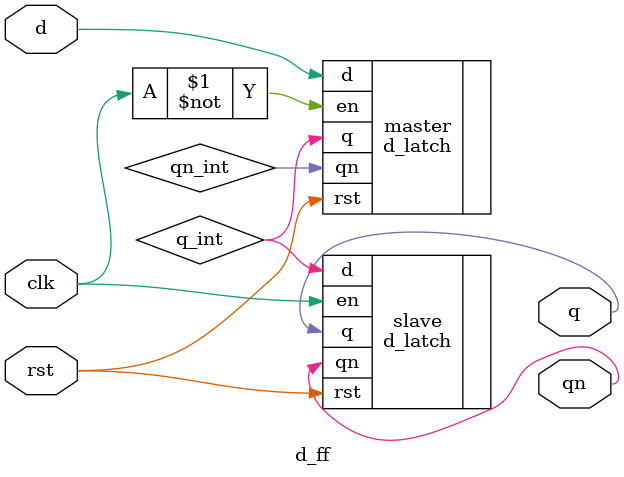
<source format=v>
module d_ff(input clk, d, rst, output q, qn);
	wire q_int, qn_int;
	d_latch master(
		.d  (d),
		.q  (q_int),
		.qn (qn_int),
		.rst(rst),
		.en (~clk)
	);

	d_latch slave(
		.d  (q_int),
		.en (clk),
		.rst(rst),
		.q  (q),
		.qn (qn)
	);
endmodule

</source>
